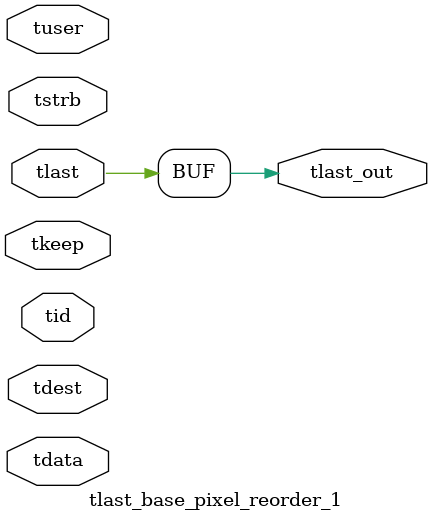
<source format=v>


`timescale 1ps/1ps

module tlast_base_pixel_reorder_1 #
(
parameter C_S_AXIS_TID_WIDTH   = 1,
parameter C_S_AXIS_TUSER_WIDTH = 0,
parameter C_S_AXIS_TDATA_WIDTH = 0,
parameter C_S_AXIS_TDEST_WIDTH = 0
)
(
input  [(C_S_AXIS_TID_WIDTH   == 0 ? 1 : C_S_AXIS_TID_WIDTH)-1:0       ] tid,
input  [(C_S_AXIS_TDATA_WIDTH == 0 ? 1 : C_S_AXIS_TDATA_WIDTH)-1:0     ] tdata,
input  [(C_S_AXIS_TUSER_WIDTH == 0 ? 1 : C_S_AXIS_TUSER_WIDTH)-1:0     ] tuser,
input  [(C_S_AXIS_TDEST_WIDTH == 0 ? 1 : C_S_AXIS_TDEST_WIDTH)-1:0     ] tdest,
input  [(C_S_AXIS_TDATA_WIDTH/8)-1:0 ] tkeep,
input  [(C_S_AXIS_TDATA_WIDTH/8)-1:0 ] tstrb,
input  [0:0]                                                             tlast,
output                                                                   tlast_out
);

assign tlast_out = {tlast};

endmodule


</source>
